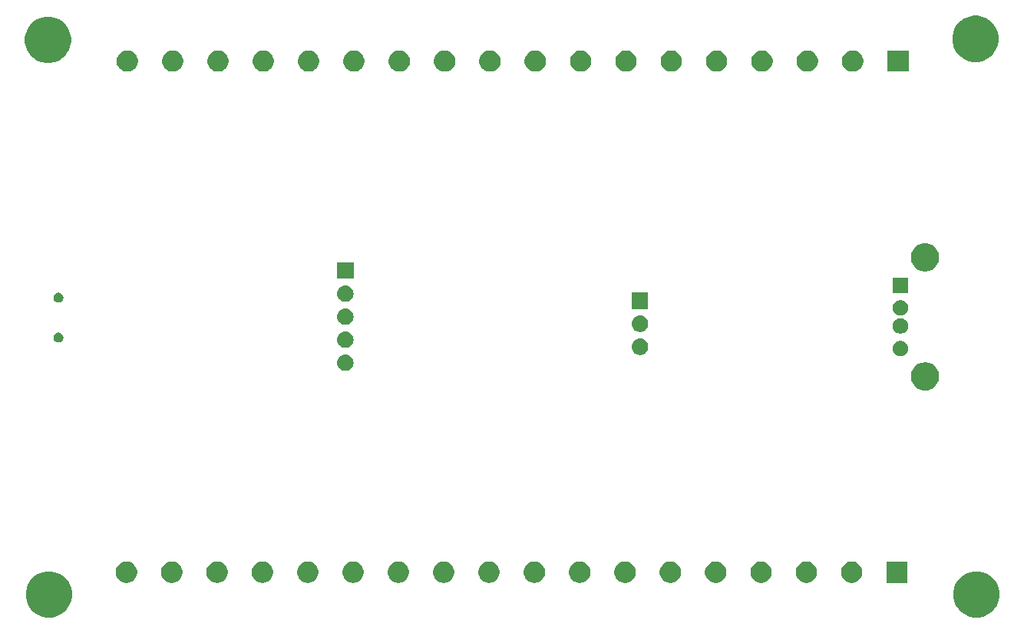
<source format=gbr>
G04 #@! TF.GenerationSoftware,KiCad,Pcbnew,(5.1.4)-1*
G04 #@! TF.CreationDate,2020-03-11T19:41:45+01:00*
G04 #@! TF.ProjectId,Jopen,4a6f7065-6e2e-46b6-9963-61645f706362,rev?*
G04 #@! TF.SameCoordinates,Original*
G04 #@! TF.FileFunction,Soldermask,Top*
G04 #@! TF.FilePolarity,Negative*
%FSLAX46Y46*%
G04 Gerber Fmt 4.6, Leading zero omitted, Abs format (unit mm)*
G04 Created by KiCad (PCBNEW (5.1.4)-1) date 2020-03-11 19:41:45*
%MOMM*%
%LPD*%
G04 APERTURE LIST*
%ADD10C,0.100000*%
G04 APERTURE END LIST*
D10*
G36*
X94144098Y-120147033D02*
G01*
X94608350Y-120339332D01*
X94608352Y-120339333D01*
X95026168Y-120618509D01*
X95381491Y-120973832D01*
X95586605Y-121280807D01*
X95660668Y-121391650D01*
X95852967Y-121855902D01*
X95951000Y-122348747D01*
X95951000Y-122851253D01*
X95852967Y-123344098D01*
X95660668Y-123808350D01*
X95660667Y-123808352D01*
X95381491Y-124226168D01*
X95026168Y-124581491D01*
X94608352Y-124860667D01*
X94608351Y-124860668D01*
X94608350Y-124860668D01*
X94144098Y-125052967D01*
X93651253Y-125151000D01*
X93148747Y-125151000D01*
X92655902Y-125052967D01*
X92191650Y-124860668D01*
X92191649Y-124860668D01*
X92191648Y-124860667D01*
X91773832Y-124581491D01*
X91418509Y-124226168D01*
X91139333Y-123808352D01*
X91139332Y-123808350D01*
X90947033Y-123344098D01*
X90849000Y-122851253D01*
X90849000Y-122348747D01*
X90947033Y-121855902D01*
X91139332Y-121391650D01*
X91213395Y-121280807D01*
X91418509Y-120973832D01*
X91773832Y-120618509D01*
X92191648Y-120339333D01*
X92191650Y-120339332D01*
X92655902Y-120147033D01*
X93148747Y-120049000D01*
X93651253Y-120049000D01*
X94144098Y-120147033D01*
X94144098Y-120147033D01*
G37*
G36*
X196444098Y-120147033D02*
G01*
X196908350Y-120339332D01*
X196908352Y-120339333D01*
X197326168Y-120618509D01*
X197681491Y-120973832D01*
X197886605Y-121280807D01*
X197960668Y-121391650D01*
X198152967Y-121855902D01*
X198251000Y-122348747D01*
X198251000Y-122851253D01*
X198152967Y-123344098D01*
X197960668Y-123808350D01*
X197960667Y-123808352D01*
X197681491Y-124226168D01*
X197326168Y-124581491D01*
X196908352Y-124860667D01*
X196908351Y-124860668D01*
X196908350Y-124860668D01*
X196444098Y-125052967D01*
X195951253Y-125151000D01*
X195448747Y-125151000D01*
X194955902Y-125052967D01*
X194491650Y-124860668D01*
X194491649Y-124860668D01*
X194491648Y-124860667D01*
X194073832Y-124581491D01*
X193718509Y-124226168D01*
X193439333Y-123808352D01*
X193439332Y-123808350D01*
X193247033Y-123344098D01*
X193149000Y-122851253D01*
X193149000Y-122348747D01*
X193247033Y-121855902D01*
X193439332Y-121391650D01*
X193513395Y-121280807D01*
X193718509Y-120973832D01*
X194073832Y-120618509D01*
X194491648Y-120339333D01*
X194491650Y-120339332D01*
X194955902Y-120147033D01*
X195448747Y-120049000D01*
X195951253Y-120049000D01*
X196444098Y-120147033D01*
X196444098Y-120147033D01*
G37*
G36*
X182141560Y-118989064D02*
G01*
X182293027Y-119019193D01*
X182507045Y-119107842D01*
X182507046Y-119107843D01*
X182699654Y-119236539D01*
X182863461Y-119400346D01*
X182949258Y-119528751D01*
X182992158Y-119592955D01*
X183080807Y-119806973D01*
X183126000Y-120034174D01*
X183126000Y-120265826D01*
X183080807Y-120493027D01*
X182992158Y-120707045D01*
X182992157Y-120707046D01*
X182863461Y-120899654D01*
X182699654Y-121063461D01*
X182571249Y-121149258D01*
X182507045Y-121192158D01*
X182293027Y-121280807D01*
X182141560Y-121310936D01*
X182065827Y-121326000D01*
X181834173Y-121326000D01*
X181758440Y-121310936D01*
X181606973Y-121280807D01*
X181392955Y-121192158D01*
X181328751Y-121149258D01*
X181200346Y-121063461D01*
X181036539Y-120899654D01*
X180907843Y-120707046D01*
X180907842Y-120707045D01*
X180819193Y-120493027D01*
X180774000Y-120265826D01*
X180774000Y-120034174D01*
X180819193Y-119806973D01*
X180907842Y-119592955D01*
X180950742Y-119528751D01*
X181036539Y-119400346D01*
X181200346Y-119236539D01*
X181392954Y-119107843D01*
X181392955Y-119107842D01*
X181606973Y-119019193D01*
X181758440Y-118989064D01*
X181834173Y-118974000D01*
X182065827Y-118974000D01*
X182141560Y-118989064D01*
X182141560Y-118989064D01*
G37*
G36*
X188126000Y-121326000D02*
G01*
X185774000Y-121326000D01*
X185774000Y-118974000D01*
X188126000Y-118974000D01*
X188126000Y-121326000D01*
X188126000Y-121326000D01*
G37*
G36*
X102141560Y-118989064D02*
G01*
X102293027Y-119019193D01*
X102507045Y-119107842D01*
X102507046Y-119107843D01*
X102699654Y-119236539D01*
X102863461Y-119400346D01*
X102949258Y-119528751D01*
X102992158Y-119592955D01*
X103080807Y-119806973D01*
X103126000Y-120034174D01*
X103126000Y-120265826D01*
X103080807Y-120493027D01*
X102992158Y-120707045D01*
X102992157Y-120707046D01*
X102863461Y-120899654D01*
X102699654Y-121063461D01*
X102571249Y-121149258D01*
X102507045Y-121192158D01*
X102293027Y-121280807D01*
X102141560Y-121310936D01*
X102065827Y-121326000D01*
X101834173Y-121326000D01*
X101758440Y-121310936D01*
X101606973Y-121280807D01*
X101392955Y-121192158D01*
X101328751Y-121149258D01*
X101200346Y-121063461D01*
X101036539Y-120899654D01*
X100907843Y-120707046D01*
X100907842Y-120707045D01*
X100819193Y-120493027D01*
X100774000Y-120265826D01*
X100774000Y-120034174D01*
X100819193Y-119806973D01*
X100907842Y-119592955D01*
X100950742Y-119528751D01*
X101036539Y-119400346D01*
X101200346Y-119236539D01*
X101392954Y-119107843D01*
X101392955Y-119107842D01*
X101606973Y-119019193D01*
X101758440Y-118989064D01*
X101834173Y-118974000D01*
X102065827Y-118974000D01*
X102141560Y-118989064D01*
X102141560Y-118989064D01*
G37*
G36*
X107141560Y-118989064D02*
G01*
X107293027Y-119019193D01*
X107507045Y-119107842D01*
X107507046Y-119107843D01*
X107699654Y-119236539D01*
X107863461Y-119400346D01*
X107949258Y-119528751D01*
X107992158Y-119592955D01*
X108080807Y-119806973D01*
X108126000Y-120034174D01*
X108126000Y-120265826D01*
X108080807Y-120493027D01*
X107992158Y-120707045D01*
X107992157Y-120707046D01*
X107863461Y-120899654D01*
X107699654Y-121063461D01*
X107571249Y-121149258D01*
X107507045Y-121192158D01*
X107293027Y-121280807D01*
X107141560Y-121310936D01*
X107065827Y-121326000D01*
X106834173Y-121326000D01*
X106758440Y-121310936D01*
X106606973Y-121280807D01*
X106392955Y-121192158D01*
X106328751Y-121149258D01*
X106200346Y-121063461D01*
X106036539Y-120899654D01*
X105907843Y-120707046D01*
X105907842Y-120707045D01*
X105819193Y-120493027D01*
X105774000Y-120265826D01*
X105774000Y-120034174D01*
X105819193Y-119806973D01*
X105907842Y-119592955D01*
X105950742Y-119528751D01*
X106036539Y-119400346D01*
X106200346Y-119236539D01*
X106392954Y-119107843D01*
X106392955Y-119107842D01*
X106606973Y-119019193D01*
X106758440Y-118989064D01*
X106834173Y-118974000D01*
X107065827Y-118974000D01*
X107141560Y-118989064D01*
X107141560Y-118989064D01*
G37*
G36*
X112141560Y-118989064D02*
G01*
X112293027Y-119019193D01*
X112507045Y-119107842D01*
X112507046Y-119107843D01*
X112699654Y-119236539D01*
X112863461Y-119400346D01*
X112949258Y-119528751D01*
X112992158Y-119592955D01*
X113080807Y-119806973D01*
X113126000Y-120034174D01*
X113126000Y-120265826D01*
X113080807Y-120493027D01*
X112992158Y-120707045D01*
X112992157Y-120707046D01*
X112863461Y-120899654D01*
X112699654Y-121063461D01*
X112571249Y-121149258D01*
X112507045Y-121192158D01*
X112293027Y-121280807D01*
X112141560Y-121310936D01*
X112065827Y-121326000D01*
X111834173Y-121326000D01*
X111758440Y-121310936D01*
X111606973Y-121280807D01*
X111392955Y-121192158D01*
X111328751Y-121149258D01*
X111200346Y-121063461D01*
X111036539Y-120899654D01*
X110907843Y-120707046D01*
X110907842Y-120707045D01*
X110819193Y-120493027D01*
X110774000Y-120265826D01*
X110774000Y-120034174D01*
X110819193Y-119806973D01*
X110907842Y-119592955D01*
X110950742Y-119528751D01*
X111036539Y-119400346D01*
X111200346Y-119236539D01*
X111392954Y-119107843D01*
X111392955Y-119107842D01*
X111606973Y-119019193D01*
X111758440Y-118989064D01*
X111834173Y-118974000D01*
X112065827Y-118974000D01*
X112141560Y-118989064D01*
X112141560Y-118989064D01*
G37*
G36*
X117141560Y-118989064D02*
G01*
X117293027Y-119019193D01*
X117507045Y-119107842D01*
X117507046Y-119107843D01*
X117699654Y-119236539D01*
X117863461Y-119400346D01*
X117949258Y-119528751D01*
X117992158Y-119592955D01*
X118080807Y-119806973D01*
X118126000Y-120034174D01*
X118126000Y-120265826D01*
X118080807Y-120493027D01*
X117992158Y-120707045D01*
X117992157Y-120707046D01*
X117863461Y-120899654D01*
X117699654Y-121063461D01*
X117571249Y-121149258D01*
X117507045Y-121192158D01*
X117293027Y-121280807D01*
X117141560Y-121310936D01*
X117065827Y-121326000D01*
X116834173Y-121326000D01*
X116758440Y-121310936D01*
X116606973Y-121280807D01*
X116392955Y-121192158D01*
X116328751Y-121149258D01*
X116200346Y-121063461D01*
X116036539Y-120899654D01*
X115907843Y-120707046D01*
X115907842Y-120707045D01*
X115819193Y-120493027D01*
X115774000Y-120265826D01*
X115774000Y-120034174D01*
X115819193Y-119806973D01*
X115907842Y-119592955D01*
X115950742Y-119528751D01*
X116036539Y-119400346D01*
X116200346Y-119236539D01*
X116392954Y-119107843D01*
X116392955Y-119107842D01*
X116606973Y-119019193D01*
X116758440Y-118989064D01*
X116834173Y-118974000D01*
X117065827Y-118974000D01*
X117141560Y-118989064D01*
X117141560Y-118989064D01*
G37*
G36*
X122141560Y-118989064D02*
G01*
X122293027Y-119019193D01*
X122507045Y-119107842D01*
X122507046Y-119107843D01*
X122699654Y-119236539D01*
X122863461Y-119400346D01*
X122949258Y-119528751D01*
X122992158Y-119592955D01*
X123080807Y-119806973D01*
X123126000Y-120034174D01*
X123126000Y-120265826D01*
X123080807Y-120493027D01*
X122992158Y-120707045D01*
X122992157Y-120707046D01*
X122863461Y-120899654D01*
X122699654Y-121063461D01*
X122571249Y-121149258D01*
X122507045Y-121192158D01*
X122293027Y-121280807D01*
X122141560Y-121310936D01*
X122065827Y-121326000D01*
X121834173Y-121326000D01*
X121758440Y-121310936D01*
X121606973Y-121280807D01*
X121392955Y-121192158D01*
X121328751Y-121149258D01*
X121200346Y-121063461D01*
X121036539Y-120899654D01*
X120907843Y-120707046D01*
X120907842Y-120707045D01*
X120819193Y-120493027D01*
X120774000Y-120265826D01*
X120774000Y-120034174D01*
X120819193Y-119806973D01*
X120907842Y-119592955D01*
X120950742Y-119528751D01*
X121036539Y-119400346D01*
X121200346Y-119236539D01*
X121392954Y-119107843D01*
X121392955Y-119107842D01*
X121606973Y-119019193D01*
X121758440Y-118989064D01*
X121834173Y-118974000D01*
X122065827Y-118974000D01*
X122141560Y-118989064D01*
X122141560Y-118989064D01*
G37*
G36*
X127141560Y-118989064D02*
G01*
X127293027Y-119019193D01*
X127507045Y-119107842D01*
X127507046Y-119107843D01*
X127699654Y-119236539D01*
X127863461Y-119400346D01*
X127949258Y-119528751D01*
X127992158Y-119592955D01*
X128080807Y-119806973D01*
X128126000Y-120034174D01*
X128126000Y-120265826D01*
X128080807Y-120493027D01*
X127992158Y-120707045D01*
X127992157Y-120707046D01*
X127863461Y-120899654D01*
X127699654Y-121063461D01*
X127571249Y-121149258D01*
X127507045Y-121192158D01*
X127293027Y-121280807D01*
X127141560Y-121310936D01*
X127065827Y-121326000D01*
X126834173Y-121326000D01*
X126758440Y-121310936D01*
X126606973Y-121280807D01*
X126392955Y-121192158D01*
X126328751Y-121149258D01*
X126200346Y-121063461D01*
X126036539Y-120899654D01*
X125907843Y-120707046D01*
X125907842Y-120707045D01*
X125819193Y-120493027D01*
X125774000Y-120265826D01*
X125774000Y-120034174D01*
X125819193Y-119806973D01*
X125907842Y-119592955D01*
X125950742Y-119528751D01*
X126036539Y-119400346D01*
X126200346Y-119236539D01*
X126392954Y-119107843D01*
X126392955Y-119107842D01*
X126606973Y-119019193D01*
X126758440Y-118989064D01*
X126834173Y-118974000D01*
X127065827Y-118974000D01*
X127141560Y-118989064D01*
X127141560Y-118989064D01*
G37*
G36*
X132141560Y-118989064D02*
G01*
X132293027Y-119019193D01*
X132507045Y-119107842D01*
X132507046Y-119107843D01*
X132699654Y-119236539D01*
X132863461Y-119400346D01*
X132949258Y-119528751D01*
X132992158Y-119592955D01*
X133080807Y-119806973D01*
X133126000Y-120034174D01*
X133126000Y-120265826D01*
X133080807Y-120493027D01*
X132992158Y-120707045D01*
X132992157Y-120707046D01*
X132863461Y-120899654D01*
X132699654Y-121063461D01*
X132571249Y-121149258D01*
X132507045Y-121192158D01*
X132293027Y-121280807D01*
X132141560Y-121310936D01*
X132065827Y-121326000D01*
X131834173Y-121326000D01*
X131758440Y-121310936D01*
X131606973Y-121280807D01*
X131392955Y-121192158D01*
X131328751Y-121149258D01*
X131200346Y-121063461D01*
X131036539Y-120899654D01*
X130907843Y-120707046D01*
X130907842Y-120707045D01*
X130819193Y-120493027D01*
X130774000Y-120265826D01*
X130774000Y-120034174D01*
X130819193Y-119806973D01*
X130907842Y-119592955D01*
X130950742Y-119528751D01*
X131036539Y-119400346D01*
X131200346Y-119236539D01*
X131392954Y-119107843D01*
X131392955Y-119107842D01*
X131606973Y-119019193D01*
X131758440Y-118989064D01*
X131834173Y-118974000D01*
X132065827Y-118974000D01*
X132141560Y-118989064D01*
X132141560Y-118989064D01*
G37*
G36*
X142141560Y-118989064D02*
G01*
X142293027Y-119019193D01*
X142507045Y-119107842D01*
X142507046Y-119107843D01*
X142699654Y-119236539D01*
X142863461Y-119400346D01*
X142949258Y-119528751D01*
X142992158Y-119592955D01*
X143080807Y-119806973D01*
X143126000Y-120034174D01*
X143126000Y-120265826D01*
X143080807Y-120493027D01*
X142992158Y-120707045D01*
X142992157Y-120707046D01*
X142863461Y-120899654D01*
X142699654Y-121063461D01*
X142571249Y-121149258D01*
X142507045Y-121192158D01*
X142293027Y-121280807D01*
X142141560Y-121310936D01*
X142065827Y-121326000D01*
X141834173Y-121326000D01*
X141758440Y-121310936D01*
X141606973Y-121280807D01*
X141392955Y-121192158D01*
X141328751Y-121149258D01*
X141200346Y-121063461D01*
X141036539Y-120899654D01*
X140907843Y-120707046D01*
X140907842Y-120707045D01*
X140819193Y-120493027D01*
X140774000Y-120265826D01*
X140774000Y-120034174D01*
X140819193Y-119806973D01*
X140907842Y-119592955D01*
X140950742Y-119528751D01*
X141036539Y-119400346D01*
X141200346Y-119236539D01*
X141392954Y-119107843D01*
X141392955Y-119107842D01*
X141606973Y-119019193D01*
X141758440Y-118989064D01*
X141834173Y-118974000D01*
X142065827Y-118974000D01*
X142141560Y-118989064D01*
X142141560Y-118989064D01*
G37*
G36*
X147141560Y-118989064D02*
G01*
X147293027Y-119019193D01*
X147507045Y-119107842D01*
X147507046Y-119107843D01*
X147699654Y-119236539D01*
X147863461Y-119400346D01*
X147949258Y-119528751D01*
X147992158Y-119592955D01*
X148080807Y-119806973D01*
X148126000Y-120034174D01*
X148126000Y-120265826D01*
X148080807Y-120493027D01*
X147992158Y-120707045D01*
X147992157Y-120707046D01*
X147863461Y-120899654D01*
X147699654Y-121063461D01*
X147571249Y-121149258D01*
X147507045Y-121192158D01*
X147293027Y-121280807D01*
X147141560Y-121310936D01*
X147065827Y-121326000D01*
X146834173Y-121326000D01*
X146758440Y-121310936D01*
X146606973Y-121280807D01*
X146392955Y-121192158D01*
X146328751Y-121149258D01*
X146200346Y-121063461D01*
X146036539Y-120899654D01*
X145907843Y-120707046D01*
X145907842Y-120707045D01*
X145819193Y-120493027D01*
X145774000Y-120265826D01*
X145774000Y-120034174D01*
X145819193Y-119806973D01*
X145907842Y-119592955D01*
X145950742Y-119528751D01*
X146036539Y-119400346D01*
X146200346Y-119236539D01*
X146392954Y-119107843D01*
X146392955Y-119107842D01*
X146606973Y-119019193D01*
X146758440Y-118989064D01*
X146834173Y-118974000D01*
X147065827Y-118974000D01*
X147141560Y-118989064D01*
X147141560Y-118989064D01*
G37*
G36*
X152141560Y-118989064D02*
G01*
X152293027Y-119019193D01*
X152507045Y-119107842D01*
X152507046Y-119107843D01*
X152699654Y-119236539D01*
X152863461Y-119400346D01*
X152949258Y-119528751D01*
X152992158Y-119592955D01*
X153080807Y-119806973D01*
X153126000Y-120034174D01*
X153126000Y-120265826D01*
X153080807Y-120493027D01*
X152992158Y-120707045D01*
X152992157Y-120707046D01*
X152863461Y-120899654D01*
X152699654Y-121063461D01*
X152571249Y-121149258D01*
X152507045Y-121192158D01*
X152293027Y-121280807D01*
X152141560Y-121310936D01*
X152065827Y-121326000D01*
X151834173Y-121326000D01*
X151758440Y-121310936D01*
X151606973Y-121280807D01*
X151392955Y-121192158D01*
X151328751Y-121149258D01*
X151200346Y-121063461D01*
X151036539Y-120899654D01*
X150907843Y-120707046D01*
X150907842Y-120707045D01*
X150819193Y-120493027D01*
X150774000Y-120265826D01*
X150774000Y-120034174D01*
X150819193Y-119806973D01*
X150907842Y-119592955D01*
X150950742Y-119528751D01*
X151036539Y-119400346D01*
X151200346Y-119236539D01*
X151392954Y-119107843D01*
X151392955Y-119107842D01*
X151606973Y-119019193D01*
X151758440Y-118989064D01*
X151834173Y-118974000D01*
X152065827Y-118974000D01*
X152141560Y-118989064D01*
X152141560Y-118989064D01*
G37*
G36*
X157141560Y-118989064D02*
G01*
X157293027Y-119019193D01*
X157507045Y-119107842D01*
X157507046Y-119107843D01*
X157699654Y-119236539D01*
X157863461Y-119400346D01*
X157949258Y-119528751D01*
X157992158Y-119592955D01*
X158080807Y-119806973D01*
X158126000Y-120034174D01*
X158126000Y-120265826D01*
X158080807Y-120493027D01*
X157992158Y-120707045D01*
X157992157Y-120707046D01*
X157863461Y-120899654D01*
X157699654Y-121063461D01*
X157571249Y-121149258D01*
X157507045Y-121192158D01*
X157293027Y-121280807D01*
X157141560Y-121310936D01*
X157065827Y-121326000D01*
X156834173Y-121326000D01*
X156758440Y-121310936D01*
X156606973Y-121280807D01*
X156392955Y-121192158D01*
X156328751Y-121149258D01*
X156200346Y-121063461D01*
X156036539Y-120899654D01*
X155907843Y-120707046D01*
X155907842Y-120707045D01*
X155819193Y-120493027D01*
X155774000Y-120265826D01*
X155774000Y-120034174D01*
X155819193Y-119806973D01*
X155907842Y-119592955D01*
X155950742Y-119528751D01*
X156036539Y-119400346D01*
X156200346Y-119236539D01*
X156392954Y-119107843D01*
X156392955Y-119107842D01*
X156606973Y-119019193D01*
X156758440Y-118989064D01*
X156834173Y-118974000D01*
X157065827Y-118974000D01*
X157141560Y-118989064D01*
X157141560Y-118989064D01*
G37*
G36*
X162141560Y-118989064D02*
G01*
X162293027Y-119019193D01*
X162507045Y-119107842D01*
X162507046Y-119107843D01*
X162699654Y-119236539D01*
X162863461Y-119400346D01*
X162949258Y-119528751D01*
X162992158Y-119592955D01*
X163080807Y-119806973D01*
X163126000Y-120034174D01*
X163126000Y-120265826D01*
X163080807Y-120493027D01*
X162992158Y-120707045D01*
X162992157Y-120707046D01*
X162863461Y-120899654D01*
X162699654Y-121063461D01*
X162571249Y-121149258D01*
X162507045Y-121192158D01*
X162293027Y-121280807D01*
X162141560Y-121310936D01*
X162065827Y-121326000D01*
X161834173Y-121326000D01*
X161758440Y-121310936D01*
X161606973Y-121280807D01*
X161392955Y-121192158D01*
X161328751Y-121149258D01*
X161200346Y-121063461D01*
X161036539Y-120899654D01*
X160907843Y-120707046D01*
X160907842Y-120707045D01*
X160819193Y-120493027D01*
X160774000Y-120265826D01*
X160774000Y-120034174D01*
X160819193Y-119806973D01*
X160907842Y-119592955D01*
X160950742Y-119528751D01*
X161036539Y-119400346D01*
X161200346Y-119236539D01*
X161392954Y-119107843D01*
X161392955Y-119107842D01*
X161606973Y-119019193D01*
X161758440Y-118989064D01*
X161834173Y-118974000D01*
X162065827Y-118974000D01*
X162141560Y-118989064D01*
X162141560Y-118989064D01*
G37*
G36*
X167141560Y-118989064D02*
G01*
X167293027Y-119019193D01*
X167507045Y-119107842D01*
X167507046Y-119107843D01*
X167699654Y-119236539D01*
X167863461Y-119400346D01*
X167949258Y-119528751D01*
X167992158Y-119592955D01*
X168080807Y-119806973D01*
X168126000Y-120034174D01*
X168126000Y-120265826D01*
X168080807Y-120493027D01*
X167992158Y-120707045D01*
X167992157Y-120707046D01*
X167863461Y-120899654D01*
X167699654Y-121063461D01*
X167571249Y-121149258D01*
X167507045Y-121192158D01*
X167293027Y-121280807D01*
X167141560Y-121310936D01*
X167065827Y-121326000D01*
X166834173Y-121326000D01*
X166758440Y-121310936D01*
X166606973Y-121280807D01*
X166392955Y-121192158D01*
X166328751Y-121149258D01*
X166200346Y-121063461D01*
X166036539Y-120899654D01*
X165907843Y-120707046D01*
X165907842Y-120707045D01*
X165819193Y-120493027D01*
X165774000Y-120265826D01*
X165774000Y-120034174D01*
X165819193Y-119806973D01*
X165907842Y-119592955D01*
X165950742Y-119528751D01*
X166036539Y-119400346D01*
X166200346Y-119236539D01*
X166392954Y-119107843D01*
X166392955Y-119107842D01*
X166606973Y-119019193D01*
X166758440Y-118989064D01*
X166834173Y-118974000D01*
X167065827Y-118974000D01*
X167141560Y-118989064D01*
X167141560Y-118989064D01*
G37*
G36*
X172141560Y-118989064D02*
G01*
X172293027Y-119019193D01*
X172507045Y-119107842D01*
X172507046Y-119107843D01*
X172699654Y-119236539D01*
X172863461Y-119400346D01*
X172949258Y-119528751D01*
X172992158Y-119592955D01*
X173080807Y-119806973D01*
X173126000Y-120034174D01*
X173126000Y-120265826D01*
X173080807Y-120493027D01*
X172992158Y-120707045D01*
X172992157Y-120707046D01*
X172863461Y-120899654D01*
X172699654Y-121063461D01*
X172571249Y-121149258D01*
X172507045Y-121192158D01*
X172293027Y-121280807D01*
X172141560Y-121310936D01*
X172065827Y-121326000D01*
X171834173Y-121326000D01*
X171758440Y-121310936D01*
X171606973Y-121280807D01*
X171392955Y-121192158D01*
X171328751Y-121149258D01*
X171200346Y-121063461D01*
X171036539Y-120899654D01*
X170907843Y-120707046D01*
X170907842Y-120707045D01*
X170819193Y-120493027D01*
X170774000Y-120265826D01*
X170774000Y-120034174D01*
X170819193Y-119806973D01*
X170907842Y-119592955D01*
X170950742Y-119528751D01*
X171036539Y-119400346D01*
X171200346Y-119236539D01*
X171392954Y-119107843D01*
X171392955Y-119107842D01*
X171606973Y-119019193D01*
X171758440Y-118989064D01*
X171834173Y-118974000D01*
X172065827Y-118974000D01*
X172141560Y-118989064D01*
X172141560Y-118989064D01*
G37*
G36*
X177141560Y-118989064D02*
G01*
X177293027Y-119019193D01*
X177507045Y-119107842D01*
X177507046Y-119107843D01*
X177699654Y-119236539D01*
X177863461Y-119400346D01*
X177949258Y-119528751D01*
X177992158Y-119592955D01*
X178080807Y-119806973D01*
X178126000Y-120034174D01*
X178126000Y-120265826D01*
X178080807Y-120493027D01*
X177992158Y-120707045D01*
X177992157Y-120707046D01*
X177863461Y-120899654D01*
X177699654Y-121063461D01*
X177571249Y-121149258D01*
X177507045Y-121192158D01*
X177293027Y-121280807D01*
X177141560Y-121310936D01*
X177065827Y-121326000D01*
X176834173Y-121326000D01*
X176758440Y-121310936D01*
X176606973Y-121280807D01*
X176392955Y-121192158D01*
X176328751Y-121149258D01*
X176200346Y-121063461D01*
X176036539Y-120899654D01*
X175907843Y-120707046D01*
X175907842Y-120707045D01*
X175819193Y-120493027D01*
X175774000Y-120265826D01*
X175774000Y-120034174D01*
X175819193Y-119806973D01*
X175907842Y-119592955D01*
X175950742Y-119528751D01*
X176036539Y-119400346D01*
X176200346Y-119236539D01*
X176392954Y-119107843D01*
X176392955Y-119107842D01*
X176606973Y-119019193D01*
X176758440Y-118989064D01*
X176834173Y-118974000D01*
X177065827Y-118974000D01*
X177141560Y-118989064D01*
X177141560Y-118989064D01*
G37*
G36*
X137141560Y-118989064D02*
G01*
X137293027Y-119019193D01*
X137507045Y-119107842D01*
X137507046Y-119107843D01*
X137699654Y-119236539D01*
X137863461Y-119400346D01*
X137949258Y-119528751D01*
X137992158Y-119592955D01*
X138080807Y-119806973D01*
X138126000Y-120034174D01*
X138126000Y-120265826D01*
X138080807Y-120493027D01*
X137992158Y-120707045D01*
X137992157Y-120707046D01*
X137863461Y-120899654D01*
X137699654Y-121063461D01*
X137571249Y-121149258D01*
X137507045Y-121192158D01*
X137293027Y-121280807D01*
X137141560Y-121310936D01*
X137065827Y-121326000D01*
X136834173Y-121326000D01*
X136758440Y-121310936D01*
X136606973Y-121280807D01*
X136392955Y-121192158D01*
X136328751Y-121149258D01*
X136200346Y-121063461D01*
X136036539Y-120899654D01*
X135907843Y-120707046D01*
X135907842Y-120707045D01*
X135819193Y-120493027D01*
X135774000Y-120265826D01*
X135774000Y-120034174D01*
X135819193Y-119806973D01*
X135907842Y-119592955D01*
X135950742Y-119528751D01*
X136036539Y-119400346D01*
X136200346Y-119236539D01*
X136392954Y-119107843D01*
X136392955Y-119107842D01*
X136606973Y-119019193D01*
X136758440Y-118989064D01*
X136834173Y-118974000D01*
X137065827Y-118974000D01*
X137141560Y-118989064D01*
X137141560Y-118989064D01*
G37*
G36*
X190342585Y-97028802D02*
G01*
X190492410Y-97058604D01*
X190774674Y-97175521D01*
X191028705Y-97345259D01*
X191244741Y-97561295D01*
X191414479Y-97815326D01*
X191531396Y-98097590D01*
X191591000Y-98397240D01*
X191591000Y-98702760D01*
X191531396Y-99002410D01*
X191414479Y-99284674D01*
X191244741Y-99538705D01*
X191028705Y-99754741D01*
X190774674Y-99924479D01*
X190492410Y-100041396D01*
X190342585Y-100071198D01*
X190192761Y-100101000D01*
X189887239Y-100101000D01*
X189737415Y-100071198D01*
X189587590Y-100041396D01*
X189305326Y-99924479D01*
X189051295Y-99754741D01*
X188835259Y-99538705D01*
X188665521Y-99284674D01*
X188548604Y-99002410D01*
X188489000Y-98702760D01*
X188489000Y-98397240D01*
X188548604Y-98097590D01*
X188665521Y-97815326D01*
X188835259Y-97561295D01*
X189051295Y-97345259D01*
X189305326Y-97175521D01*
X189587590Y-97058604D01*
X189737415Y-97028802D01*
X189887239Y-96999000D01*
X190192761Y-96999000D01*
X190342585Y-97028802D01*
X190342585Y-97028802D01*
G37*
G36*
X126210443Y-96145519D02*
G01*
X126276627Y-96152037D01*
X126446466Y-96203557D01*
X126602991Y-96287222D01*
X126638729Y-96316552D01*
X126740186Y-96399814D01*
X126823448Y-96501271D01*
X126852778Y-96537009D01*
X126936443Y-96693534D01*
X126987963Y-96863373D01*
X127005359Y-97040000D01*
X126987963Y-97216627D01*
X126936443Y-97386466D01*
X126852778Y-97542991D01*
X126837756Y-97561295D01*
X126740186Y-97680186D01*
X126638729Y-97763448D01*
X126602991Y-97792778D01*
X126446466Y-97876443D01*
X126276627Y-97927963D01*
X126210443Y-97934481D01*
X126144260Y-97941000D01*
X126055740Y-97941000D01*
X125989557Y-97934481D01*
X125923373Y-97927963D01*
X125753534Y-97876443D01*
X125597009Y-97792778D01*
X125561271Y-97763448D01*
X125459814Y-97680186D01*
X125362244Y-97561295D01*
X125347222Y-97542991D01*
X125263557Y-97386466D01*
X125212037Y-97216627D01*
X125194641Y-97040000D01*
X125212037Y-96863373D01*
X125263557Y-96693534D01*
X125347222Y-96537009D01*
X125376552Y-96501271D01*
X125459814Y-96399814D01*
X125561271Y-96316552D01*
X125597009Y-96287222D01*
X125753534Y-96203557D01*
X125923373Y-96152037D01*
X125989557Y-96145519D01*
X126055740Y-96139000D01*
X126144260Y-96139000D01*
X126210443Y-96145519D01*
X126210443Y-96145519D01*
G37*
G36*
X187578228Y-94661703D02*
G01*
X187733100Y-94725853D01*
X187872481Y-94818985D01*
X187991015Y-94937519D01*
X188084147Y-95076900D01*
X188148297Y-95231772D01*
X188181000Y-95396184D01*
X188181000Y-95563816D01*
X188148297Y-95728228D01*
X188084147Y-95883100D01*
X187991015Y-96022481D01*
X187872481Y-96141015D01*
X187733100Y-96234147D01*
X187578228Y-96298297D01*
X187413816Y-96331000D01*
X187246184Y-96331000D01*
X187081772Y-96298297D01*
X186926900Y-96234147D01*
X186787519Y-96141015D01*
X186668985Y-96022481D01*
X186575853Y-95883100D01*
X186511703Y-95728228D01*
X186479000Y-95563816D01*
X186479000Y-95396184D01*
X186511703Y-95231772D01*
X186575853Y-95076900D01*
X186668985Y-94937519D01*
X186787519Y-94818985D01*
X186926900Y-94725853D01*
X187081772Y-94661703D01*
X187246184Y-94629000D01*
X187413816Y-94629000D01*
X187578228Y-94661703D01*
X187578228Y-94661703D01*
G37*
G36*
X158710442Y-94385518D02*
G01*
X158776627Y-94392037D01*
X158946466Y-94443557D01*
X159102991Y-94527222D01*
X159138729Y-94556552D01*
X159240186Y-94639814D01*
X159310795Y-94725853D01*
X159352778Y-94777009D01*
X159436443Y-94933534D01*
X159487963Y-95103373D01*
X159505359Y-95280000D01*
X159487963Y-95456627D01*
X159436443Y-95626466D01*
X159352778Y-95782991D01*
X159323448Y-95818729D01*
X159240186Y-95920186D01*
X159138729Y-96003448D01*
X159102991Y-96032778D01*
X158946466Y-96116443D01*
X158776627Y-96167963D01*
X158710443Y-96174481D01*
X158644260Y-96181000D01*
X158555740Y-96181000D01*
X158489557Y-96174481D01*
X158423373Y-96167963D01*
X158253534Y-96116443D01*
X158097009Y-96032778D01*
X158061271Y-96003448D01*
X157959814Y-95920186D01*
X157876552Y-95818729D01*
X157847222Y-95782991D01*
X157763557Y-95626466D01*
X157712037Y-95456627D01*
X157694641Y-95280000D01*
X157712037Y-95103373D01*
X157763557Y-94933534D01*
X157847222Y-94777009D01*
X157889205Y-94725853D01*
X157959814Y-94639814D01*
X158061271Y-94556552D01*
X158097009Y-94527222D01*
X158253534Y-94443557D01*
X158423373Y-94392037D01*
X158489557Y-94385519D01*
X158555740Y-94379000D01*
X158644260Y-94379000D01*
X158710442Y-94385518D01*
X158710442Y-94385518D01*
G37*
G36*
X126210442Y-93605518D02*
G01*
X126276627Y-93612037D01*
X126446466Y-93663557D01*
X126602991Y-93747222D01*
X126638729Y-93776552D01*
X126740186Y-93859814D01*
X126823448Y-93961271D01*
X126852778Y-93997009D01*
X126936443Y-94153534D01*
X126987963Y-94323373D01*
X127005359Y-94500000D01*
X126987963Y-94676627D01*
X126936443Y-94846466D01*
X126852778Y-95002991D01*
X126823448Y-95038729D01*
X126740186Y-95140186D01*
X126638729Y-95223448D01*
X126602991Y-95252778D01*
X126446466Y-95336443D01*
X126276627Y-95387963D01*
X126210442Y-95394482D01*
X126144260Y-95401000D01*
X126055740Y-95401000D01*
X125989558Y-95394482D01*
X125923373Y-95387963D01*
X125753534Y-95336443D01*
X125597009Y-95252778D01*
X125561271Y-95223448D01*
X125459814Y-95140186D01*
X125376552Y-95038729D01*
X125347222Y-95002991D01*
X125263557Y-94846466D01*
X125212037Y-94676627D01*
X125194641Y-94500000D01*
X125212037Y-94323373D01*
X125263557Y-94153534D01*
X125347222Y-93997009D01*
X125376552Y-93961271D01*
X125459814Y-93859814D01*
X125561271Y-93776552D01*
X125597009Y-93747222D01*
X125753534Y-93663557D01*
X125923373Y-93612037D01*
X125989558Y-93605518D01*
X126055740Y-93599000D01*
X126144260Y-93599000D01*
X126210442Y-93605518D01*
X126210442Y-93605518D01*
G37*
G36*
X94620721Y-93720174D02*
G01*
X94720995Y-93761709D01*
X94720996Y-93761710D01*
X94811242Y-93822010D01*
X94887990Y-93898758D01*
X94887991Y-93898760D01*
X94948291Y-93989005D01*
X94989826Y-94089279D01*
X95011000Y-94195730D01*
X95011000Y-94304270D01*
X94989826Y-94410721D01*
X94948291Y-94510995D01*
X94948290Y-94510996D01*
X94887990Y-94601242D01*
X94811242Y-94677990D01*
X94765812Y-94708345D01*
X94720995Y-94738291D01*
X94620721Y-94779826D01*
X94514270Y-94801000D01*
X94405730Y-94801000D01*
X94299279Y-94779826D01*
X94199005Y-94738291D01*
X94154188Y-94708345D01*
X94108758Y-94677990D01*
X94032010Y-94601242D01*
X93971710Y-94510996D01*
X93971709Y-94510995D01*
X93930174Y-94410721D01*
X93909000Y-94304270D01*
X93909000Y-94195730D01*
X93930174Y-94089279D01*
X93971709Y-93989005D01*
X94032009Y-93898760D01*
X94032010Y-93898758D01*
X94108758Y-93822010D01*
X94199004Y-93761710D01*
X94199005Y-93761709D01*
X94299279Y-93720174D01*
X94405730Y-93699000D01*
X94514270Y-93699000D01*
X94620721Y-93720174D01*
X94620721Y-93720174D01*
G37*
G36*
X187578228Y-92161703D02*
G01*
X187733100Y-92225853D01*
X187872481Y-92318985D01*
X187991015Y-92437519D01*
X188084147Y-92576900D01*
X188148297Y-92731772D01*
X188181000Y-92896184D01*
X188181000Y-93063816D01*
X188148297Y-93228228D01*
X188084147Y-93383100D01*
X187991015Y-93522481D01*
X187872481Y-93641015D01*
X187733100Y-93734147D01*
X187578228Y-93798297D01*
X187413816Y-93831000D01*
X187246184Y-93831000D01*
X187081772Y-93798297D01*
X186926900Y-93734147D01*
X186787519Y-93641015D01*
X186668985Y-93522481D01*
X186575853Y-93383100D01*
X186511703Y-93228228D01*
X186479000Y-93063816D01*
X186479000Y-92896184D01*
X186511703Y-92731772D01*
X186575853Y-92576900D01*
X186668985Y-92437519D01*
X186787519Y-92318985D01*
X186926900Y-92225853D01*
X187081772Y-92161703D01*
X187246184Y-92129000D01*
X187413816Y-92129000D01*
X187578228Y-92161703D01*
X187578228Y-92161703D01*
G37*
G36*
X158710442Y-91845518D02*
G01*
X158776627Y-91852037D01*
X158946466Y-91903557D01*
X159102991Y-91987222D01*
X159138729Y-92016552D01*
X159240186Y-92099814D01*
X159323448Y-92201271D01*
X159352778Y-92237009D01*
X159436443Y-92393534D01*
X159487963Y-92563373D01*
X159505359Y-92740000D01*
X159487963Y-92916627D01*
X159436443Y-93086466D01*
X159352778Y-93242991D01*
X159323448Y-93278729D01*
X159240186Y-93380186D01*
X159138729Y-93463448D01*
X159102991Y-93492778D01*
X158946466Y-93576443D01*
X158776627Y-93627963D01*
X158710442Y-93634482D01*
X158644260Y-93641000D01*
X158555740Y-93641000D01*
X158489558Y-93634482D01*
X158423373Y-93627963D01*
X158253534Y-93576443D01*
X158097009Y-93492778D01*
X158061271Y-93463448D01*
X157959814Y-93380186D01*
X157876552Y-93278729D01*
X157847222Y-93242991D01*
X157763557Y-93086466D01*
X157712037Y-92916627D01*
X157694641Y-92740000D01*
X157712037Y-92563373D01*
X157763557Y-92393534D01*
X157847222Y-92237009D01*
X157876552Y-92201271D01*
X157959814Y-92099814D01*
X158061271Y-92016552D01*
X158097009Y-91987222D01*
X158253534Y-91903557D01*
X158423373Y-91852037D01*
X158489558Y-91845518D01*
X158555740Y-91839000D01*
X158644260Y-91839000D01*
X158710442Y-91845518D01*
X158710442Y-91845518D01*
G37*
G36*
X126210442Y-91065518D02*
G01*
X126276627Y-91072037D01*
X126446466Y-91123557D01*
X126602991Y-91207222D01*
X126628588Y-91228229D01*
X126740186Y-91319814D01*
X126823448Y-91421271D01*
X126852778Y-91457009D01*
X126936443Y-91613534D01*
X126987963Y-91783373D01*
X127005359Y-91960000D01*
X126987963Y-92136627D01*
X126936443Y-92306466D01*
X126852778Y-92462991D01*
X126823448Y-92498729D01*
X126740186Y-92600186D01*
X126638729Y-92683448D01*
X126602991Y-92712778D01*
X126446466Y-92796443D01*
X126276627Y-92847963D01*
X126210443Y-92854481D01*
X126144260Y-92861000D01*
X126055740Y-92861000D01*
X125989557Y-92854481D01*
X125923373Y-92847963D01*
X125753534Y-92796443D01*
X125597009Y-92712778D01*
X125561271Y-92683448D01*
X125459814Y-92600186D01*
X125376552Y-92498729D01*
X125347222Y-92462991D01*
X125263557Y-92306466D01*
X125212037Y-92136627D01*
X125194641Y-91960000D01*
X125212037Y-91783373D01*
X125263557Y-91613534D01*
X125347222Y-91457009D01*
X125376552Y-91421271D01*
X125459814Y-91319814D01*
X125571412Y-91228229D01*
X125597009Y-91207222D01*
X125753534Y-91123557D01*
X125923373Y-91072037D01*
X125989558Y-91065518D01*
X126055740Y-91059000D01*
X126144260Y-91059000D01*
X126210442Y-91065518D01*
X126210442Y-91065518D01*
G37*
G36*
X187578228Y-90161703D02*
G01*
X187733100Y-90225853D01*
X187872481Y-90318985D01*
X187991015Y-90437519D01*
X188084147Y-90576900D01*
X188148297Y-90731772D01*
X188181000Y-90896184D01*
X188181000Y-91063816D01*
X188148297Y-91228228D01*
X188084147Y-91383100D01*
X187991015Y-91522481D01*
X187872481Y-91641015D01*
X187733100Y-91734147D01*
X187578228Y-91798297D01*
X187413816Y-91831000D01*
X187246184Y-91831000D01*
X187081772Y-91798297D01*
X186926900Y-91734147D01*
X186787519Y-91641015D01*
X186668985Y-91522481D01*
X186575853Y-91383100D01*
X186511703Y-91228228D01*
X186479000Y-91063816D01*
X186479000Y-90896184D01*
X186511703Y-90731772D01*
X186575853Y-90576900D01*
X186668985Y-90437519D01*
X186787519Y-90318985D01*
X186926900Y-90225853D01*
X187081772Y-90161703D01*
X187246184Y-90129000D01*
X187413816Y-90129000D01*
X187578228Y-90161703D01*
X187578228Y-90161703D01*
G37*
G36*
X159501000Y-91101000D02*
G01*
X157699000Y-91101000D01*
X157699000Y-89299000D01*
X159501000Y-89299000D01*
X159501000Y-91101000D01*
X159501000Y-91101000D01*
G37*
G36*
X94620721Y-89320174D02*
G01*
X94720995Y-89361709D01*
X94720996Y-89361710D01*
X94811242Y-89422010D01*
X94887990Y-89498758D01*
X94887991Y-89498760D01*
X94948291Y-89589005D01*
X94989826Y-89689279D01*
X95011000Y-89795730D01*
X95011000Y-89904270D01*
X94989826Y-90010721D01*
X94948291Y-90110995D01*
X94948290Y-90110996D01*
X94887990Y-90201242D01*
X94811242Y-90277990D01*
X94766384Y-90307963D01*
X94720995Y-90338291D01*
X94620721Y-90379826D01*
X94514270Y-90401000D01*
X94405730Y-90401000D01*
X94299279Y-90379826D01*
X94199005Y-90338291D01*
X94153616Y-90307963D01*
X94108758Y-90277990D01*
X94032010Y-90201242D01*
X93971710Y-90110996D01*
X93971709Y-90110995D01*
X93930174Y-90010721D01*
X93909000Y-89904270D01*
X93909000Y-89795730D01*
X93930174Y-89689279D01*
X93971709Y-89589005D01*
X94032009Y-89498760D01*
X94032010Y-89498758D01*
X94108758Y-89422010D01*
X94199004Y-89361710D01*
X94199005Y-89361709D01*
X94299279Y-89320174D01*
X94405730Y-89299000D01*
X94514270Y-89299000D01*
X94620721Y-89320174D01*
X94620721Y-89320174D01*
G37*
G36*
X126210443Y-88525519D02*
G01*
X126276627Y-88532037D01*
X126446466Y-88583557D01*
X126602991Y-88667222D01*
X126638729Y-88696552D01*
X126740186Y-88779814D01*
X126823448Y-88881271D01*
X126852778Y-88917009D01*
X126936443Y-89073534D01*
X126987963Y-89243373D01*
X127005359Y-89420000D01*
X126987963Y-89596627D01*
X126936443Y-89766466D01*
X126852778Y-89922991D01*
X126823448Y-89958729D01*
X126740186Y-90060186D01*
X126638729Y-90143448D01*
X126602991Y-90172778D01*
X126446466Y-90256443D01*
X126276627Y-90307963D01*
X126210442Y-90314482D01*
X126144260Y-90321000D01*
X126055740Y-90321000D01*
X125989558Y-90314482D01*
X125923373Y-90307963D01*
X125753534Y-90256443D01*
X125597009Y-90172778D01*
X125561271Y-90143448D01*
X125459814Y-90060186D01*
X125376552Y-89958729D01*
X125347222Y-89922991D01*
X125263557Y-89766466D01*
X125212037Y-89596627D01*
X125194641Y-89420000D01*
X125212037Y-89243373D01*
X125263557Y-89073534D01*
X125347222Y-88917009D01*
X125376552Y-88881271D01*
X125459814Y-88779814D01*
X125561271Y-88696552D01*
X125597009Y-88667222D01*
X125753534Y-88583557D01*
X125923373Y-88532037D01*
X125989557Y-88525519D01*
X126055740Y-88519000D01*
X126144260Y-88519000D01*
X126210443Y-88525519D01*
X126210443Y-88525519D01*
G37*
G36*
X188181000Y-89331000D02*
G01*
X186479000Y-89331000D01*
X186479000Y-87629000D01*
X188181000Y-87629000D01*
X188181000Y-89331000D01*
X188181000Y-89331000D01*
G37*
G36*
X127001000Y-87781000D02*
G01*
X125199000Y-87781000D01*
X125199000Y-85979000D01*
X127001000Y-85979000D01*
X127001000Y-87781000D01*
X127001000Y-87781000D01*
G37*
G36*
X190342585Y-83888802D02*
G01*
X190492410Y-83918604D01*
X190774674Y-84035521D01*
X191028705Y-84205259D01*
X191244741Y-84421295D01*
X191414479Y-84675326D01*
X191531396Y-84957590D01*
X191591000Y-85257240D01*
X191591000Y-85562760D01*
X191531396Y-85862410D01*
X191414479Y-86144674D01*
X191244741Y-86398705D01*
X191028705Y-86614741D01*
X190774674Y-86784479D01*
X190492410Y-86901396D01*
X190342585Y-86931198D01*
X190192761Y-86961000D01*
X189887239Y-86961000D01*
X189737415Y-86931198D01*
X189587590Y-86901396D01*
X189305326Y-86784479D01*
X189051295Y-86614741D01*
X188835259Y-86398705D01*
X188665521Y-86144674D01*
X188548604Y-85862410D01*
X188489000Y-85562760D01*
X188489000Y-85257240D01*
X188548604Y-84957590D01*
X188665521Y-84675326D01*
X188835259Y-84421295D01*
X189051295Y-84205259D01*
X189305326Y-84035521D01*
X189587590Y-83918604D01*
X189737415Y-83888802D01*
X189887239Y-83859000D01*
X190192761Y-83859000D01*
X190342585Y-83888802D01*
X190342585Y-83888802D01*
G37*
G36*
X147241560Y-62589064D02*
G01*
X147393027Y-62619193D01*
X147607045Y-62707842D01*
X147607046Y-62707843D01*
X147799654Y-62836539D01*
X147963461Y-63000346D01*
X148049258Y-63128751D01*
X148092158Y-63192955D01*
X148180807Y-63406973D01*
X148226000Y-63634174D01*
X148226000Y-63865826D01*
X148180807Y-64093027D01*
X148092158Y-64307045D01*
X148092157Y-64307046D01*
X147963461Y-64499654D01*
X147799654Y-64663461D01*
X147671249Y-64749258D01*
X147607045Y-64792158D01*
X147393027Y-64880807D01*
X147241560Y-64910936D01*
X147165827Y-64926000D01*
X146934173Y-64926000D01*
X146858440Y-64910936D01*
X146706973Y-64880807D01*
X146492955Y-64792158D01*
X146428751Y-64749258D01*
X146300346Y-64663461D01*
X146136539Y-64499654D01*
X146007843Y-64307046D01*
X146007842Y-64307045D01*
X145919193Y-64093027D01*
X145874000Y-63865826D01*
X145874000Y-63634174D01*
X145919193Y-63406973D01*
X146007842Y-63192955D01*
X146050742Y-63128751D01*
X146136539Y-63000346D01*
X146300346Y-62836539D01*
X146492954Y-62707843D01*
X146492955Y-62707842D01*
X146706973Y-62619193D01*
X146858440Y-62589064D01*
X146934173Y-62574000D01*
X147165827Y-62574000D01*
X147241560Y-62589064D01*
X147241560Y-62589064D01*
G37*
G36*
X122241560Y-62589064D02*
G01*
X122393027Y-62619193D01*
X122607045Y-62707842D01*
X122607046Y-62707843D01*
X122799654Y-62836539D01*
X122963461Y-63000346D01*
X123049258Y-63128751D01*
X123092158Y-63192955D01*
X123180807Y-63406973D01*
X123226000Y-63634174D01*
X123226000Y-63865826D01*
X123180807Y-64093027D01*
X123092158Y-64307045D01*
X123092157Y-64307046D01*
X122963461Y-64499654D01*
X122799654Y-64663461D01*
X122671249Y-64749258D01*
X122607045Y-64792158D01*
X122393027Y-64880807D01*
X122241560Y-64910936D01*
X122165827Y-64926000D01*
X121934173Y-64926000D01*
X121858440Y-64910936D01*
X121706973Y-64880807D01*
X121492955Y-64792158D01*
X121428751Y-64749258D01*
X121300346Y-64663461D01*
X121136539Y-64499654D01*
X121007843Y-64307046D01*
X121007842Y-64307045D01*
X120919193Y-64093027D01*
X120874000Y-63865826D01*
X120874000Y-63634174D01*
X120919193Y-63406973D01*
X121007842Y-63192955D01*
X121050742Y-63128751D01*
X121136539Y-63000346D01*
X121300346Y-62836539D01*
X121492954Y-62707843D01*
X121492955Y-62707842D01*
X121706973Y-62619193D01*
X121858440Y-62589064D01*
X121934173Y-62574000D01*
X122165827Y-62574000D01*
X122241560Y-62589064D01*
X122241560Y-62589064D01*
G37*
G36*
X117241560Y-62589064D02*
G01*
X117393027Y-62619193D01*
X117607045Y-62707842D01*
X117607046Y-62707843D01*
X117799654Y-62836539D01*
X117963461Y-63000346D01*
X118049258Y-63128751D01*
X118092158Y-63192955D01*
X118180807Y-63406973D01*
X118226000Y-63634174D01*
X118226000Y-63865826D01*
X118180807Y-64093027D01*
X118092158Y-64307045D01*
X118092157Y-64307046D01*
X117963461Y-64499654D01*
X117799654Y-64663461D01*
X117671249Y-64749258D01*
X117607045Y-64792158D01*
X117393027Y-64880807D01*
X117241560Y-64910936D01*
X117165827Y-64926000D01*
X116934173Y-64926000D01*
X116858440Y-64910936D01*
X116706973Y-64880807D01*
X116492955Y-64792158D01*
X116428751Y-64749258D01*
X116300346Y-64663461D01*
X116136539Y-64499654D01*
X116007843Y-64307046D01*
X116007842Y-64307045D01*
X115919193Y-64093027D01*
X115874000Y-63865826D01*
X115874000Y-63634174D01*
X115919193Y-63406973D01*
X116007842Y-63192955D01*
X116050742Y-63128751D01*
X116136539Y-63000346D01*
X116300346Y-62836539D01*
X116492954Y-62707843D01*
X116492955Y-62707842D01*
X116706973Y-62619193D01*
X116858440Y-62589064D01*
X116934173Y-62574000D01*
X117165827Y-62574000D01*
X117241560Y-62589064D01*
X117241560Y-62589064D01*
G37*
G36*
X112241560Y-62589064D02*
G01*
X112393027Y-62619193D01*
X112607045Y-62707842D01*
X112607046Y-62707843D01*
X112799654Y-62836539D01*
X112963461Y-63000346D01*
X113049258Y-63128751D01*
X113092158Y-63192955D01*
X113180807Y-63406973D01*
X113226000Y-63634174D01*
X113226000Y-63865826D01*
X113180807Y-64093027D01*
X113092158Y-64307045D01*
X113092157Y-64307046D01*
X112963461Y-64499654D01*
X112799654Y-64663461D01*
X112671249Y-64749258D01*
X112607045Y-64792158D01*
X112393027Y-64880807D01*
X112241560Y-64910936D01*
X112165827Y-64926000D01*
X111934173Y-64926000D01*
X111858440Y-64910936D01*
X111706973Y-64880807D01*
X111492955Y-64792158D01*
X111428751Y-64749258D01*
X111300346Y-64663461D01*
X111136539Y-64499654D01*
X111007843Y-64307046D01*
X111007842Y-64307045D01*
X110919193Y-64093027D01*
X110874000Y-63865826D01*
X110874000Y-63634174D01*
X110919193Y-63406973D01*
X111007842Y-63192955D01*
X111050742Y-63128751D01*
X111136539Y-63000346D01*
X111300346Y-62836539D01*
X111492954Y-62707843D01*
X111492955Y-62707842D01*
X111706973Y-62619193D01*
X111858440Y-62589064D01*
X111934173Y-62574000D01*
X112165827Y-62574000D01*
X112241560Y-62589064D01*
X112241560Y-62589064D01*
G37*
G36*
X127241560Y-62589064D02*
G01*
X127393027Y-62619193D01*
X127607045Y-62707842D01*
X127607046Y-62707843D01*
X127799654Y-62836539D01*
X127963461Y-63000346D01*
X128049258Y-63128751D01*
X128092158Y-63192955D01*
X128180807Y-63406973D01*
X128226000Y-63634174D01*
X128226000Y-63865826D01*
X128180807Y-64093027D01*
X128092158Y-64307045D01*
X128092157Y-64307046D01*
X127963461Y-64499654D01*
X127799654Y-64663461D01*
X127671249Y-64749258D01*
X127607045Y-64792158D01*
X127393027Y-64880807D01*
X127241560Y-64910936D01*
X127165827Y-64926000D01*
X126934173Y-64926000D01*
X126858440Y-64910936D01*
X126706973Y-64880807D01*
X126492955Y-64792158D01*
X126428751Y-64749258D01*
X126300346Y-64663461D01*
X126136539Y-64499654D01*
X126007843Y-64307046D01*
X126007842Y-64307045D01*
X125919193Y-64093027D01*
X125874000Y-63865826D01*
X125874000Y-63634174D01*
X125919193Y-63406973D01*
X126007842Y-63192955D01*
X126050742Y-63128751D01*
X126136539Y-63000346D01*
X126300346Y-62836539D01*
X126492954Y-62707843D01*
X126492955Y-62707842D01*
X126706973Y-62619193D01*
X126858440Y-62589064D01*
X126934173Y-62574000D01*
X127165827Y-62574000D01*
X127241560Y-62589064D01*
X127241560Y-62589064D01*
G37*
G36*
X102241560Y-62589064D02*
G01*
X102393027Y-62619193D01*
X102607045Y-62707842D01*
X102607046Y-62707843D01*
X102799654Y-62836539D01*
X102963461Y-63000346D01*
X103049258Y-63128751D01*
X103092158Y-63192955D01*
X103180807Y-63406973D01*
X103226000Y-63634174D01*
X103226000Y-63865826D01*
X103180807Y-64093027D01*
X103092158Y-64307045D01*
X103092157Y-64307046D01*
X102963461Y-64499654D01*
X102799654Y-64663461D01*
X102671249Y-64749258D01*
X102607045Y-64792158D01*
X102393027Y-64880807D01*
X102241560Y-64910936D01*
X102165827Y-64926000D01*
X101934173Y-64926000D01*
X101858440Y-64910936D01*
X101706973Y-64880807D01*
X101492955Y-64792158D01*
X101428751Y-64749258D01*
X101300346Y-64663461D01*
X101136539Y-64499654D01*
X101007843Y-64307046D01*
X101007842Y-64307045D01*
X100919193Y-64093027D01*
X100874000Y-63865826D01*
X100874000Y-63634174D01*
X100919193Y-63406973D01*
X101007842Y-63192955D01*
X101050742Y-63128751D01*
X101136539Y-63000346D01*
X101300346Y-62836539D01*
X101492954Y-62707843D01*
X101492955Y-62707842D01*
X101706973Y-62619193D01*
X101858440Y-62589064D01*
X101934173Y-62574000D01*
X102165827Y-62574000D01*
X102241560Y-62589064D01*
X102241560Y-62589064D01*
G37*
G36*
X188226000Y-64926000D02*
G01*
X185874000Y-64926000D01*
X185874000Y-62574000D01*
X188226000Y-62574000D01*
X188226000Y-64926000D01*
X188226000Y-64926000D01*
G37*
G36*
X182241560Y-62589064D02*
G01*
X182393027Y-62619193D01*
X182607045Y-62707842D01*
X182607046Y-62707843D01*
X182799654Y-62836539D01*
X182963461Y-63000346D01*
X183049258Y-63128751D01*
X183092158Y-63192955D01*
X183180807Y-63406973D01*
X183226000Y-63634174D01*
X183226000Y-63865826D01*
X183180807Y-64093027D01*
X183092158Y-64307045D01*
X183092157Y-64307046D01*
X182963461Y-64499654D01*
X182799654Y-64663461D01*
X182671249Y-64749258D01*
X182607045Y-64792158D01*
X182393027Y-64880807D01*
X182241560Y-64910936D01*
X182165827Y-64926000D01*
X181934173Y-64926000D01*
X181858440Y-64910936D01*
X181706973Y-64880807D01*
X181492955Y-64792158D01*
X181428751Y-64749258D01*
X181300346Y-64663461D01*
X181136539Y-64499654D01*
X181007843Y-64307046D01*
X181007842Y-64307045D01*
X180919193Y-64093027D01*
X180874000Y-63865826D01*
X180874000Y-63634174D01*
X180919193Y-63406973D01*
X181007842Y-63192955D01*
X181050742Y-63128751D01*
X181136539Y-63000346D01*
X181300346Y-62836539D01*
X181492954Y-62707843D01*
X181492955Y-62707842D01*
X181706973Y-62619193D01*
X181858440Y-62589064D01*
X181934173Y-62574000D01*
X182165827Y-62574000D01*
X182241560Y-62589064D01*
X182241560Y-62589064D01*
G37*
G36*
X177241560Y-62589064D02*
G01*
X177393027Y-62619193D01*
X177607045Y-62707842D01*
X177607046Y-62707843D01*
X177799654Y-62836539D01*
X177963461Y-63000346D01*
X178049258Y-63128751D01*
X178092158Y-63192955D01*
X178180807Y-63406973D01*
X178226000Y-63634174D01*
X178226000Y-63865826D01*
X178180807Y-64093027D01*
X178092158Y-64307045D01*
X178092157Y-64307046D01*
X177963461Y-64499654D01*
X177799654Y-64663461D01*
X177671249Y-64749258D01*
X177607045Y-64792158D01*
X177393027Y-64880807D01*
X177241560Y-64910936D01*
X177165827Y-64926000D01*
X176934173Y-64926000D01*
X176858440Y-64910936D01*
X176706973Y-64880807D01*
X176492955Y-64792158D01*
X176428751Y-64749258D01*
X176300346Y-64663461D01*
X176136539Y-64499654D01*
X176007843Y-64307046D01*
X176007842Y-64307045D01*
X175919193Y-64093027D01*
X175874000Y-63865826D01*
X175874000Y-63634174D01*
X175919193Y-63406973D01*
X176007842Y-63192955D01*
X176050742Y-63128751D01*
X176136539Y-63000346D01*
X176300346Y-62836539D01*
X176492954Y-62707843D01*
X176492955Y-62707842D01*
X176706973Y-62619193D01*
X176858440Y-62589064D01*
X176934173Y-62574000D01*
X177165827Y-62574000D01*
X177241560Y-62589064D01*
X177241560Y-62589064D01*
G37*
G36*
X107241560Y-62589064D02*
G01*
X107393027Y-62619193D01*
X107607045Y-62707842D01*
X107607046Y-62707843D01*
X107799654Y-62836539D01*
X107963461Y-63000346D01*
X108049258Y-63128751D01*
X108092158Y-63192955D01*
X108180807Y-63406973D01*
X108226000Y-63634174D01*
X108226000Y-63865826D01*
X108180807Y-64093027D01*
X108092158Y-64307045D01*
X108092157Y-64307046D01*
X107963461Y-64499654D01*
X107799654Y-64663461D01*
X107671249Y-64749258D01*
X107607045Y-64792158D01*
X107393027Y-64880807D01*
X107241560Y-64910936D01*
X107165827Y-64926000D01*
X106934173Y-64926000D01*
X106858440Y-64910936D01*
X106706973Y-64880807D01*
X106492955Y-64792158D01*
X106428751Y-64749258D01*
X106300346Y-64663461D01*
X106136539Y-64499654D01*
X106007843Y-64307046D01*
X106007842Y-64307045D01*
X105919193Y-64093027D01*
X105874000Y-63865826D01*
X105874000Y-63634174D01*
X105919193Y-63406973D01*
X106007842Y-63192955D01*
X106050742Y-63128751D01*
X106136539Y-63000346D01*
X106300346Y-62836539D01*
X106492954Y-62707843D01*
X106492955Y-62707842D01*
X106706973Y-62619193D01*
X106858440Y-62589064D01*
X106934173Y-62574000D01*
X107165827Y-62574000D01*
X107241560Y-62589064D01*
X107241560Y-62589064D01*
G37*
G36*
X137241560Y-62589064D02*
G01*
X137393027Y-62619193D01*
X137607045Y-62707842D01*
X137607046Y-62707843D01*
X137799654Y-62836539D01*
X137963461Y-63000346D01*
X138049258Y-63128751D01*
X138092158Y-63192955D01*
X138180807Y-63406973D01*
X138226000Y-63634174D01*
X138226000Y-63865826D01*
X138180807Y-64093027D01*
X138092158Y-64307045D01*
X138092157Y-64307046D01*
X137963461Y-64499654D01*
X137799654Y-64663461D01*
X137671249Y-64749258D01*
X137607045Y-64792158D01*
X137393027Y-64880807D01*
X137241560Y-64910936D01*
X137165827Y-64926000D01*
X136934173Y-64926000D01*
X136858440Y-64910936D01*
X136706973Y-64880807D01*
X136492955Y-64792158D01*
X136428751Y-64749258D01*
X136300346Y-64663461D01*
X136136539Y-64499654D01*
X136007843Y-64307046D01*
X136007842Y-64307045D01*
X135919193Y-64093027D01*
X135874000Y-63865826D01*
X135874000Y-63634174D01*
X135919193Y-63406973D01*
X136007842Y-63192955D01*
X136050742Y-63128751D01*
X136136539Y-63000346D01*
X136300346Y-62836539D01*
X136492954Y-62707843D01*
X136492955Y-62707842D01*
X136706973Y-62619193D01*
X136858440Y-62589064D01*
X136934173Y-62574000D01*
X137165827Y-62574000D01*
X137241560Y-62589064D01*
X137241560Y-62589064D01*
G37*
G36*
X142241560Y-62589064D02*
G01*
X142393027Y-62619193D01*
X142607045Y-62707842D01*
X142607046Y-62707843D01*
X142799654Y-62836539D01*
X142963461Y-63000346D01*
X143049258Y-63128751D01*
X143092158Y-63192955D01*
X143180807Y-63406973D01*
X143226000Y-63634174D01*
X143226000Y-63865826D01*
X143180807Y-64093027D01*
X143092158Y-64307045D01*
X143092157Y-64307046D01*
X142963461Y-64499654D01*
X142799654Y-64663461D01*
X142671249Y-64749258D01*
X142607045Y-64792158D01*
X142393027Y-64880807D01*
X142241560Y-64910936D01*
X142165827Y-64926000D01*
X141934173Y-64926000D01*
X141858440Y-64910936D01*
X141706973Y-64880807D01*
X141492955Y-64792158D01*
X141428751Y-64749258D01*
X141300346Y-64663461D01*
X141136539Y-64499654D01*
X141007843Y-64307046D01*
X141007842Y-64307045D01*
X140919193Y-64093027D01*
X140874000Y-63865826D01*
X140874000Y-63634174D01*
X140919193Y-63406973D01*
X141007842Y-63192955D01*
X141050742Y-63128751D01*
X141136539Y-63000346D01*
X141300346Y-62836539D01*
X141492954Y-62707843D01*
X141492955Y-62707842D01*
X141706973Y-62619193D01*
X141858440Y-62589064D01*
X141934173Y-62574000D01*
X142165827Y-62574000D01*
X142241560Y-62589064D01*
X142241560Y-62589064D01*
G37*
G36*
X152241560Y-62589064D02*
G01*
X152393027Y-62619193D01*
X152607045Y-62707842D01*
X152607046Y-62707843D01*
X152799654Y-62836539D01*
X152963461Y-63000346D01*
X153049258Y-63128751D01*
X153092158Y-63192955D01*
X153180807Y-63406973D01*
X153226000Y-63634174D01*
X153226000Y-63865826D01*
X153180807Y-64093027D01*
X153092158Y-64307045D01*
X153092157Y-64307046D01*
X152963461Y-64499654D01*
X152799654Y-64663461D01*
X152671249Y-64749258D01*
X152607045Y-64792158D01*
X152393027Y-64880807D01*
X152241560Y-64910936D01*
X152165827Y-64926000D01*
X151934173Y-64926000D01*
X151858440Y-64910936D01*
X151706973Y-64880807D01*
X151492955Y-64792158D01*
X151428751Y-64749258D01*
X151300346Y-64663461D01*
X151136539Y-64499654D01*
X151007843Y-64307046D01*
X151007842Y-64307045D01*
X150919193Y-64093027D01*
X150874000Y-63865826D01*
X150874000Y-63634174D01*
X150919193Y-63406973D01*
X151007842Y-63192955D01*
X151050742Y-63128751D01*
X151136539Y-63000346D01*
X151300346Y-62836539D01*
X151492954Y-62707843D01*
X151492955Y-62707842D01*
X151706973Y-62619193D01*
X151858440Y-62589064D01*
X151934173Y-62574000D01*
X152165827Y-62574000D01*
X152241560Y-62589064D01*
X152241560Y-62589064D01*
G37*
G36*
X132241560Y-62589064D02*
G01*
X132393027Y-62619193D01*
X132607045Y-62707842D01*
X132607046Y-62707843D01*
X132799654Y-62836539D01*
X132963461Y-63000346D01*
X133049258Y-63128751D01*
X133092158Y-63192955D01*
X133180807Y-63406973D01*
X133226000Y-63634174D01*
X133226000Y-63865826D01*
X133180807Y-64093027D01*
X133092158Y-64307045D01*
X133092157Y-64307046D01*
X132963461Y-64499654D01*
X132799654Y-64663461D01*
X132671249Y-64749258D01*
X132607045Y-64792158D01*
X132393027Y-64880807D01*
X132241560Y-64910936D01*
X132165827Y-64926000D01*
X131934173Y-64926000D01*
X131858440Y-64910936D01*
X131706973Y-64880807D01*
X131492955Y-64792158D01*
X131428751Y-64749258D01*
X131300346Y-64663461D01*
X131136539Y-64499654D01*
X131007843Y-64307046D01*
X131007842Y-64307045D01*
X130919193Y-64093027D01*
X130874000Y-63865826D01*
X130874000Y-63634174D01*
X130919193Y-63406973D01*
X131007842Y-63192955D01*
X131050742Y-63128751D01*
X131136539Y-63000346D01*
X131300346Y-62836539D01*
X131492954Y-62707843D01*
X131492955Y-62707842D01*
X131706973Y-62619193D01*
X131858440Y-62589064D01*
X131934173Y-62574000D01*
X132165827Y-62574000D01*
X132241560Y-62589064D01*
X132241560Y-62589064D01*
G37*
G36*
X167241560Y-62589064D02*
G01*
X167393027Y-62619193D01*
X167607045Y-62707842D01*
X167607046Y-62707843D01*
X167799654Y-62836539D01*
X167963461Y-63000346D01*
X168049258Y-63128751D01*
X168092158Y-63192955D01*
X168180807Y-63406973D01*
X168226000Y-63634174D01*
X168226000Y-63865826D01*
X168180807Y-64093027D01*
X168092158Y-64307045D01*
X168092157Y-64307046D01*
X167963461Y-64499654D01*
X167799654Y-64663461D01*
X167671249Y-64749258D01*
X167607045Y-64792158D01*
X167393027Y-64880807D01*
X167241560Y-64910936D01*
X167165827Y-64926000D01*
X166934173Y-64926000D01*
X166858440Y-64910936D01*
X166706973Y-64880807D01*
X166492955Y-64792158D01*
X166428751Y-64749258D01*
X166300346Y-64663461D01*
X166136539Y-64499654D01*
X166007843Y-64307046D01*
X166007842Y-64307045D01*
X165919193Y-64093027D01*
X165874000Y-63865826D01*
X165874000Y-63634174D01*
X165919193Y-63406973D01*
X166007842Y-63192955D01*
X166050742Y-63128751D01*
X166136539Y-63000346D01*
X166300346Y-62836539D01*
X166492954Y-62707843D01*
X166492955Y-62707842D01*
X166706973Y-62619193D01*
X166858440Y-62589064D01*
X166934173Y-62574000D01*
X167165827Y-62574000D01*
X167241560Y-62589064D01*
X167241560Y-62589064D01*
G37*
G36*
X172241560Y-62589064D02*
G01*
X172393027Y-62619193D01*
X172607045Y-62707842D01*
X172607046Y-62707843D01*
X172799654Y-62836539D01*
X172963461Y-63000346D01*
X173049258Y-63128751D01*
X173092158Y-63192955D01*
X173180807Y-63406973D01*
X173226000Y-63634174D01*
X173226000Y-63865826D01*
X173180807Y-64093027D01*
X173092158Y-64307045D01*
X173092157Y-64307046D01*
X172963461Y-64499654D01*
X172799654Y-64663461D01*
X172671249Y-64749258D01*
X172607045Y-64792158D01*
X172393027Y-64880807D01*
X172241560Y-64910936D01*
X172165827Y-64926000D01*
X171934173Y-64926000D01*
X171858440Y-64910936D01*
X171706973Y-64880807D01*
X171492955Y-64792158D01*
X171428751Y-64749258D01*
X171300346Y-64663461D01*
X171136539Y-64499654D01*
X171007843Y-64307046D01*
X171007842Y-64307045D01*
X170919193Y-64093027D01*
X170874000Y-63865826D01*
X170874000Y-63634174D01*
X170919193Y-63406973D01*
X171007842Y-63192955D01*
X171050742Y-63128751D01*
X171136539Y-63000346D01*
X171300346Y-62836539D01*
X171492954Y-62707843D01*
X171492955Y-62707842D01*
X171706973Y-62619193D01*
X171858440Y-62589064D01*
X171934173Y-62574000D01*
X172165827Y-62574000D01*
X172241560Y-62589064D01*
X172241560Y-62589064D01*
G37*
G36*
X157241560Y-62589064D02*
G01*
X157393027Y-62619193D01*
X157607045Y-62707842D01*
X157607046Y-62707843D01*
X157799654Y-62836539D01*
X157963461Y-63000346D01*
X158049258Y-63128751D01*
X158092158Y-63192955D01*
X158180807Y-63406973D01*
X158226000Y-63634174D01*
X158226000Y-63865826D01*
X158180807Y-64093027D01*
X158092158Y-64307045D01*
X158092157Y-64307046D01*
X157963461Y-64499654D01*
X157799654Y-64663461D01*
X157671249Y-64749258D01*
X157607045Y-64792158D01*
X157393027Y-64880807D01*
X157241560Y-64910936D01*
X157165827Y-64926000D01*
X156934173Y-64926000D01*
X156858440Y-64910936D01*
X156706973Y-64880807D01*
X156492955Y-64792158D01*
X156428751Y-64749258D01*
X156300346Y-64663461D01*
X156136539Y-64499654D01*
X156007843Y-64307046D01*
X156007842Y-64307045D01*
X155919193Y-64093027D01*
X155874000Y-63865826D01*
X155874000Y-63634174D01*
X155919193Y-63406973D01*
X156007842Y-63192955D01*
X156050742Y-63128751D01*
X156136539Y-63000346D01*
X156300346Y-62836539D01*
X156492954Y-62707843D01*
X156492955Y-62707842D01*
X156706973Y-62619193D01*
X156858440Y-62589064D01*
X156934173Y-62574000D01*
X157165827Y-62574000D01*
X157241560Y-62589064D01*
X157241560Y-62589064D01*
G37*
G36*
X162241560Y-62589064D02*
G01*
X162393027Y-62619193D01*
X162607045Y-62707842D01*
X162607046Y-62707843D01*
X162799654Y-62836539D01*
X162963461Y-63000346D01*
X163049258Y-63128751D01*
X163092158Y-63192955D01*
X163180807Y-63406973D01*
X163226000Y-63634174D01*
X163226000Y-63865826D01*
X163180807Y-64093027D01*
X163092158Y-64307045D01*
X163092157Y-64307046D01*
X162963461Y-64499654D01*
X162799654Y-64663461D01*
X162671249Y-64749258D01*
X162607045Y-64792158D01*
X162393027Y-64880807D01*
X162241560Y-64910936D01*
X162165827Y-64926000D01*
X161934173Y-64926000D01*
X161858440Y-64910936D01*
X161706973Y-64880807D01*
X161492955Y-64792158D01*
X161428751Y-64749258D01*
X161300346Y-64663461D01*
X161136539Y-64499654D01*
X161007843Y-64307046D01*
X161007842Y-64307045D01*
X160919193Y-64093027D01*
X160874000Y-63865826D01*
X160874000Y-63634174D01*
X160919193Y-63406973D01*
X161007842Y-63192955D01*
X161050742Y-63128751D01*
X161136539Y-63000346D01*
X161300346Y-62836539D01*
X161492954Y-62707843D01*
X161492955Y-62707842D01*
X161706973Y-62619193D01*
X161858440Y-62589064D01*
X161934173Y-62574000D01*
X162165827Y-62574000D01*
X162241560Y-62589064D01*
X162241560Y-62589064D01*
G37*
G36*
X94044098Y-58947033D02*
G01*
X94266930Y-59039333D01*
X94508352Y-59139333D01*
X94926168Y-59418509D01*
X95281491Y-59773832D01*
X95493849Y-60091648D01*
X95560668Y-60191650D01*
X95752967Y-60655902D01*
X95851000Y-61148747D01*
X95851000Y-61651253D01*
X95752967Y-62144098D01*
X95602089Y-62508350D01*
X95560667Y-62608352D01*
X95281491Y-63026168D01*
X94926168Y-63381491D01*
X94508352Y-63660667D01*
X94508351Y-63660668D01*
X94508350Y-63660668D01*
X94044098Y-63852967D01*
X93551253Y-63951000D01*
X93048747Y-63951000D01*
X92555902Y-63852967D01*
X92091650Y-63660668D01*
X92091649Y-63660668D01*
X92091648Y-63660667D01*
X91673832Y-63381491D01*
X91318509Y-63026168D01*
X91039333Y-62608352D01*
X90997911Y-62508350D01*
X90847033Y-62144098D01*
X90749000Y-61651253D01*
X90749000Y-61148747D01*
X90847033Y-60655902D01*
X91039332Y-60191650D01*
X91106151Y-60091648D01*
X91318509Y-59773832D01*
X91673832Y-59418509D01*
X92091648Y-59139333D01*
X92333070Y-59039333D01*
X92555902Y-58947033D01*
X93048747Y-58849000D01*
X93551253Y-58849000D01*
X94044098Y-58947033D01*
X94044098Y-58947033D01*
G37*
G36*
X196344098Y-58847033D02*
G01*
X196808350Y-59039332D01*
X196808352Y-59039333D01*
X197226168Y-59318509D01*
X197581491Y-59673832D01*
X197860667Y-60091648D01*
X197860668Y-60091650D01*
X198052967Y-60555902D01*
X198151000Y-61048747D01*
X198151000Y-61551253D01*
X198052967Y-62044098D01*
X198011545Y-62144099D01*
X197860667Y-62508352D01*
X197581491Y-62926168D01*
X197226168Y-63281491D01*
X196808352Y-63560667D01*
X196808351Y-63560668D01*
X196808350Y-63560668D01*
X196344098Y-63752967D01*
X195851253Y-63851000D01*
X195348747Y-63851000D01*
X194855902Y-63752967D01*
X194391650Y-63560668D01*
X194391649Y-63560668D01*
X194391648Y-63560667D01*
X193973832Y-63281491D01*
X193618509Y-62926168D01*
X193339333Y-62508352D01*
X193188455Y-62144099D01*
X193147033Y-62044098D01*
X193049000Y-61551253D01*
X193049000Y-61048747D01*
X193147033Y-60555902D01*
X193339332Y-60091650D01*
X193339333Y-60091648D01*
X193618509Y-59673832D01*
X193973832Y-59318509D01*
X194391648Y-59039333D01*
X194391650Y-59039332D01*
X194855902Y-58847033D01*
X195348747Y-58749000D01*
X195851253Y-58749000D01*
X196344098Y-58847033D01*
X196344098Y-58847033D01*
G37*
M02*

</source>
